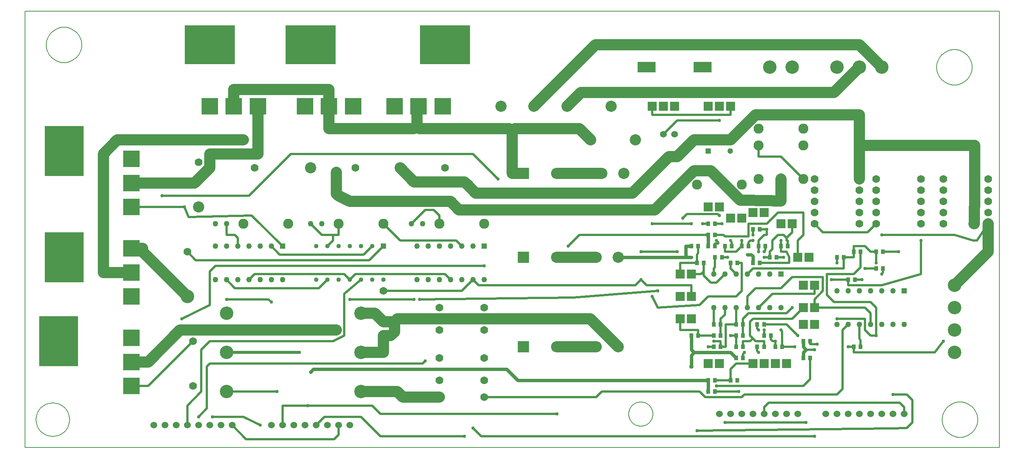
<source format=gbr>
G04 PROTEUS RS274X GERBER FILE*
%FSLAX45Y45*%
%MOMM*%
G01*
%ADD10C,0.508000*%
%ADD11C,2.540000*%
%ADD12C,0.762000*%
%ADD13C,0.635000*%
%ADD14C,0.762000*%
%ADD15C,1.016000*%
%ADD16C,2.032000*%
%ADD17C,1.270000*%
%ADD18R,3.810000X3.810000*%
%ADD19R,1.270000X1.270000*%
%ADD70C,2.286000*%
%ADD71C,3.048000*%
%ADD20C,2.540000*%
%ADD21R,2.032000X2.032000*%
%ADD22C,1.524000*%
%ADD23R,1.280000X1.280000*%
%ADD24C,0.254000*%
%ADD25C,1.280000*%
%ADD26R,2.540000X2.540000*%
%ADD27C,1.778000*%
%ADD28R,0.939800X0.990600*%
%ADD29R,11.430000X8.890000*%
%ADD72R,8.890000X11.430000*%
%ADD73R,4.140200X2.362200*%
%ADD30R,0.660400X1.244600*%
%ADD31C,0.203200*%
%TD.AperFunction*%
D10*
X-4826000Y+7493000D02*
X-4826000Y+7366000D01*
X-4953000Y+7239000D01*
X-4826000Y+7493000D02*
X-4699000Y+7493000D01*
X-4699000Y+7747000D01*
X-4826000Y+7493000D02*
X-5080000Y+7493000D01*
X-5334000Y+7747000D01*
X-3048000Y+7747000D02*
X-2730500Y+8064500D01*
X-2540000Y+8064500D01*
X-2413000Y+7937500D01*
X-2413000Y+7747000D01*
D11*
X+7112000Y+11303000D02*
X+6540500Y+10731500D01*
X+801500Y+10731500D01*
X+484000Y+10414000D01*
X+248000Y+8890000D02*
X+1274000Y+8890000D01*
X+248000Y+6985000D02*
X+1147000Y+6985000D01*
X+248000Y+4953000D02*
X+1147000Y+4953000D01*
D10*
X+4826000Y+7239000D02*
X+4826000Y+7366000D01*
X+4953000Y+7493000D01*
X+5016500Y+7493000D01*
X+5016500Y+7620000D01*
X+4826000Y+7239000D02*
X+4826000Y+7112000D01*
X+5016500Y+7620000D02*
X+4859000Y+7620000D01*
X+5461000Y+7429500D02*
X+5461000Y+7366000D01*
X+5494000Y+7366000D01*
X+5494000Y+7239000D01*
X+5080000Y+6985000D02*
X+5080000Y+7112000D01*
X+5143500Y+7175500D01*
X+5143500Y+7366000D01*
X+5270500Y+7493000D01*
X+5397500Y+7493000D01*
X+5461000Y+7429500D01*
X+5588000Y+7556500D01*
X+5588000Y+7747000D01*
X+5080000Y+6985000D02*
X+4953000Y+6985000D01*
X+4381500Y+3937000D02*
X+3843000Y+3937000D01*
X+4699000Y+7493000D02*
X+4699000Y+7620000D01*
X+5334000Y+7239000D02*
X+5334000Y+7366000D01*
X+4826000Y+5842000D02*
X+5143500Y+6159500D01*
X+6096000Y+6159500D01*
X+6096000Y+6350000D01*
X+4826000Y+4826000D02*
X+4826000Y+4831100D01*
X+4793000Y+4864100D01*
X+4793000Y+4953000D01*
X+4826000Y+5334000D02*
X+4826000Y+5339100D01*
X+4793000Y+5372100D01*
X+4793000Y+5461000D01*
X+5207000Y+5080000D02*
X+5151100Y+5080000D01*
X+5113000Y+5118100D01*
X+5113000Y+5207000D01*
X+5207000Y+5080000D02*
X+5207000Y+4953000D01*
X+4191000Y+4191000D02*
X+4191000Y+4445000D01*
X+4318000Y+4572000D01*
X+4699000Y+4572000D01*
X+4191000Y+4191000D02*
X+3843000Y+4191000D01*
X+4508500Y+4826000D02*
X+4508500Y+4818400D01*
X+4478000Y+4787900D01*
X+4478000Y+4699000D01*
X+4953000Y+5334000D02*
X+4953000Y+5207000D01*
X+6159500Y+5016500D02*
X+6002000Y+5016500D01*
X+6002000Y+5080000D01*
X+4953000Y+7112000D02*
X+4953000Y+7117100D01*
X+4986000Y+7150100D01*
X+4986000Y+7239000D01*
X+4699000Y+7366000D02*
X+4643100Y+7366000D01*
X+4605000Y+7327900D01*
X+4605000Y+7239000D01*
X+4699000Y+5143500D02*
X+4762500Y+5080000D01*
X+4953000Y+5080000D01*
X+4953000Y+4953000D01*
X+4699000Y+5143500D02*
X+4635500Y+5080000D01*
X+4478000Y+5080000D01*
X+4478000Y+4953000D01*
X+3937000Y+7937500D02*
X+3905250Y+7969250D01*
X+3206750Y+7969250D01*
X+3111500Y+7874000D01*
X+4318000Y+6604000D02*
X+4191000Y+6731000D01*
X+4191000Y+6858000D01*
X+4000500Y+7747000D02*
X+3843000Y+7747000D01*
X+3589000Y+6667500D02*
X+3589000Y+6858000D01*
X+4127500Y+6985000D02*
X+4003000Y+6985000D01*
X+3589000Y+6667500D02*
X+3525500Y+6604000D01*
X+3302000Y+6604000D01*
X+4064000Y+6604000D02*
X+3873500Y+6413500D01*
X+3746500Y+6413500D01*
X+3589000Y+6571000D01*
X+3589000Y+6667500D01*
X+3556000Y+7747000D02*
X+3683000Y+7747000D01*
X+3873500Y+7366000D02*
X+3881745Y+7366000D01*
X+3919845Y+7327900D01*
X+3919845Y+7302500D01*
X+3843000Y+7302500D01*
X+3843000Y+7239000D01*
X+3429000Y+6858000D02*
X+3048000Y+6858000D01*
X+3048000Y+6604000D01*
X+3429000Y+6858000D02*
X+3429000Y+7048500D01*
X+3462000Y+7081500D01*
X+3462000Y+7239000D01*
X+4191000Y+7366000D02*
X+4191000Y+7360900D01*
X+4224000Y+7327900D01*
X+4224000Y+7239000D01*
X+4318000Y+5461000D02*
X+4084945Y+5461000D01*
X+4084945Y+4953000D01*
X+3970000Y+4953000D01*
X+3970000Y+5080000D01*
X+3810000Y+5080000D01*
X+4318000Y+5461000D02*
X+4318000Y+5842000D01*
X+4064000Y+5842000D02*
X+4064000Y+5682000D01*
X+3970000Y+5588000D01*
X+3970000Y+5461000D01*
X+3970000Y+5207000D01*
X+3873500Y+4064000D02*
X+5842000Y+4064000D01*
X+6002000Y+4224000D01*
X+6002000Y+4699000D01*
X+3683000Y+4953000D02*
X+3810000Y+4953000D01*
X+3462000Y+5207000D02*
X+3462000Y+5334000D01*
X+3048000Y+5334000D01*
X+3048000Y+5588000D01*
X+3462000Y+5207000D02*
X+3462000Y+5206999D01*
X+3619500Y+5206999D01*
X+3619501Y+5207000D01*
X+3810000Y+5207000D01*
X+4478000Y+5461000D02*
X+4478000Y+5207000D01*
X+7493000Y+7747000D02*
X+7302500Y+7556500D01*
X+6286500Y+7556500D01*
X+6096000Y+7747000D01*
X+7620000Y+6604000D02*
X+7620000Y+6609100D01*
X+7653000Y+6642100D01*
X+7653000Y+6731000D01*
X+7175500Y+6477000D02*
X+7018000Y+6477000D01*
X+7112000Y+5461000D02*
X+7112000Y+5143500D01*
X+7145000Y+5110500D01*
X+7145000Y+4953000D01*
X-1905000Y+7239000D02*
X-2032000Y+7366000D01*
X-3302000Y+7366000D01*
X-3683000Y+7747000D01*
X+2413000Y+10414000D02*
X+2413000Y+10223500D01*
X+4191000Y+10223500D01*
X+4191000Y+10414000D01*
D12*
X+5905500Y+4889500D02*
X+5842000Y+4826000D01*
X+5842000Y+4699000D01*
X+5905500Y+4889500D02*
X+5842000Y+4953000D01*
X+5842000Y+5080000D01*
D10*
X+6604000Y+5588000D02*
X+7239000Y+5588000D01*
X+7239000Y+5334000D01*
X+7366000Y+5207000D01*
X+7493000Y+5207000D01*
X+7493000Y+5842000D01*
X+7366000Y+5969000D01*
X+6540500Y+5969000D01*
X+6375400Y+6134100D01*
X+6375400Y+6604000D01*
X+6985000Y+6604000D01*
X+7145000Y+6764000D01*
X+7145000Y+7112000D01*
D12*
X+3213100Y+6985000D02*
X+3175000Y+7023100D01*
X+3175000Y+7239000D01*
X+3302000Y+7239000D01*
X+1647000Y+6985000D02*
X+3213100Y+6985000D01*
X+3302000Y+6985000D02*
X+3213100Y+6985000D01*
X+4572000Y+7048500D02*
X+4660900Y+7048500D01*
X+4699000Y+7010400D01*
X+4699000Y+6858000D01*
D11*
X+1647000Y+4953000D02*
X+1012000Y+5588000D01*
X-3365500Y+5588000D01*
X-3429000Y+5524500D01*
D12*
X+3365500Y+4826000D02*
X+4191000Y+4826000D01*
X+4318000Y+4699000D01*
D10*
X+4953000Y+3429000D02*
X+4953000Y+3581400D01*
X+5054600Y+3683000D01*
X+8026400Y+3683000D01*
X+8128000Y+3581400D01*
X+8128000Y+3429000D01*
X-4699000Y+3175000D02*
X-4699000Y+2959100D01*
X-4800600Y+2857500D01*
X-6794500Y+2857500D01*
X-7112000Y+3175000D01*
D11*
X-4191000Y+4826000D02*
X-3683000Y+4826000D01*
X-3683000Y+5207000D01*
X-3517900Y+5207000D01*
X-3429000Y+5295900D01*
X-3429000Y+5524500D01*
X-3683000Y+5524500D01*
X-3873500Y+5715000D01*
X-4191000Y+5715000D01*
D12*
X+3365500Y+4826000D02*
X+3302000Y+4889500D01*
X+3302000Y+5207000D01*
D11*
X-4191000Y+3937000D02*
X-3365500Y+3937000D01*
X-3238500Y+3810000D01*
X-2413000Y+3810000D01*
D12*
X+3365500Y+4826000D02*
X+3302000Y+4762500D01*
X+3302000Y+4508500D01*
D10*
X-8001000Y+5080000D02*
X-9017000Y+4064000D01*
X-9398000Y+4064000D01*
X+4445000Y+7239000D02*
X+4318000Y+7112000D01*
X+4064000Y+7112000D01*
X+4064000Y+7239000D01*
X+4445000Y+7239000D02*
X+4445000Y+7366000D01*
X-1651000Y+6477000D02*
X-1905000Y+6223000D01*
X-3683000Y+6223000D01*
X+6096000Y+5842000D02*
X+7239000Y+5842000D01*
X+7366000Y+5715000D01*
X+7366000Y+5461000D01*
X+2667000Y+9779000D02*
X+2984500Y+10096500D01*
X+3937000Y+10096500D01*
X-6223000Y+7239000D02*
X-6032500Y+7048500D01*
X-4127500Y+7048500D01*
X-3937000Y+7239000D01*
X+4318000Y+5207000D02*
X+4318000Y+4953000D01*
X+4572000Y+5842000D02*
X+4572000Y+6096000D01*
X+6096000Y+5842000D02*
X+6096000Y+6032500D01*
X+6286500Y+6223000D01*
X+6286500Y+6540500D01*
X+5588000Y+6540500D01*
X+5334000Y+6286500D01*
X+4762500Y+6286500D01*
X+4572000Y+6096000D01*
X+4318000Y+5207000D02*
X+4191000Y+5207000D01*
X-8191500Y+8128000D02*
X-9398000Y+8128000D01*
X-1397000Y+3810000D02*
X+1143000Y+3810000D01*
X+1270000Y+3937000D01*
X+3492500Y+3937000D01*
X+3619500Y+3810000D01*
X+4445000Y+3810000D01*
X+4508500Y+3873500D01*
X+6604000Y+3873500D01*
X+6731000Y+4000500D01*
X+6731000Y+5334000D01*
X+6858000Y+5461000D01*
X+3810000Y+5842000D02*
X+3810000Y+5461000D01*
X+5367000Y+4953000D02*
X+5651500Y+4953000D01*
X+5367000Y+4953000D02*
X+5367000Y+5301000D01*
X+5334000Y+5334000D01*
X+5397500Y+6985000D02*
X+5240000Y+6985000D01*
X+3810000Y+6604000D02*
X+3810000Y+6731000D01*
X+3843000Y+6764000D01*
X+3843000Y+6985000D01*
X-7239000Y+6032500D02*
X-6286500Y+6032500D01*
X-6223000Y+5969000D01*
D12*
X+3683000Y+4191000D02*
X+3683000Y+3937000D01*
D10*
X-4445000Y+6477000D02*
X-4318000Y+6604000D01*
X-2286000Y+6604000D01*
X-2159000Y+6477000D01*
X-6730999Y+6477000D02*
X-6731000Y+6477000D01*
X-6603999Y+6604000D01*
X-4572000Y+6604000D01*
X-4445000Y+6477000D01*
X-1841500Y+2921000D02*
X-3746500Y+2921000D01*
X-4191000Y+3365500D01*
X-5016500Y+3365500D01*
X-5207000Y+3175000D01*
X+6985000Y+4953000D02*
X+6858000Y+4953000D01*
X+4572000Y+6604000D02*
X+4699000Y+6731000D01*
X+6764000Y+6731000D01*
X+6764000Y+6985000D01*
X+6985000Y+6985000D01*
X+6985000Y+7112000D01*
X-4953000Y+6477000D02*
X-5143500Y+6286500D01*
X-7048500Y+6286500D01*
X-7239000Y+6477000D01*
X+7493000Y+7112000D02*
X+7493000Y+6858000D01*
X+6985000Y+7112000D02*
X+6985000Y+7239000D01*
X+7239000Y+7239000D01*
X+7366000Y+7112000D01*
X+7493000Y+7112000D02*
X+7366000Y+7112000D01*
X+7239000Y+6731000D02*
X+7493000Y+6731000D01*
D11*
X-6527800Y+10414000D02*
X-6527800Y+9334500D01*
X-7620000Y+9334500D01*
X-7620000Y+9017000D01*
X-7962900Y+8674100D01*
X-9398000Y+8674100D01*
D10*
X-7239000Y+7747000D02*
X-7239000Y+7493000D01*
X-7048500Y+7493000D01*
X-6985000Y+7429500D01*
X-6985000Y+7239000D01*
X+6858000Y+6477000D02*
X+6477000Y+6477000D01*
D11*
X-762000Y+9334500D02*
X-762000Y+9842500D01*
X-4914900Y+10414000D02*
X-4914900Y+9906000D01*
X-2984500Y+9906000D01*
X-2921000Y+9969500D01*
X-2857500Y+9906000D01*
X-825500Y+9906000D01*
X-762000Y+9842500D01*
X-2921000Y+9969500D02*
X-2921000Y+10375900D01*
X-2882900Y+10414000D01*
X-502000Y+8890000D02*
X-762000Y+8890000D01*
X-762000Y+9334500D01*
D12*
X+3683000Y+7493000D02*
X+3683000Y+7239000D01*
D10*
X-5588000Y+3619500D02*
X-5397500Y+3619500D01*
X-5588000Y+3619500D02*
X-5969000Y+3619500D01*
X-5969000Y+3175000D01*
X+6604000Y+6858000D02*
X+6604000Y+6985000D01*
X-8699500Y+8382000D02*
X-6731000Y+8382000D01*
X-5778500Y+9334500D01*
X-1651000Y+9334500D01*
X-1079500Y+8763000D01*
X-1651000Y+3111500D02*
X-1460500Y+2921000D01*
X+6096000Y+2921000D01*
X+6096000Y+4889500D02*
X+5905500Y+4889500D01*
X+4064000Y+3238500D02*
X+5905500Y+3238500D01*
X+7874000Y+3873500D02*
X+8191500Y+3873500D01*
X+8318500Y+3746500D01*
X+8318500Y+3238500D01*
X+8191500Y+3111500D01*
X+7810471Y+3105813D01*
X+7810529Y+3105813D01*
X+3429000Y+3048000D01*
X+8001000Y+7112000D02*
X+7653000Y+7112000D01*
X+6858000Y+6477000D02*
X+6858000Y+6350000D01*
X+7620000Y+6350000D01*
X+8509000Y+6604000D01*
X+8509000Y+7366000D01*
X+6985000Y+4953000D02*
X+6985000Y+4826000D01*
X+8826500Y+4826000D01*
X+9017000Y+5080000D01*
X+5715000Y+5207000D02*
X+5461000Y+5461000D01*
X+4953000Y+5461000D01*
X+4699000Y+5143500D02*
X+4635500Y+5207000D01*
X+4635500Y+5524500D01*
X+4699000Y+5588000D01*
X+5588000Y+5588000D01*
X+5842000Y+5842000D01*
X+4478000Y+5461000D02*
X+4478000Y+5588000D01*
X+4605000Y+5715000D01*
X+5461000Y+5715000D01*
X+5588000Y+5842000D01*
X+5334000Y+7239000D02*
X+5334000Y+7112000D01*
X+5461000Y+7112000D01*
X+5524500Y+6985000D01*
X+5524500Y+6858000D01*
X+4859000Y+6858000D01*
X+5715000Y+6985000D02*
X+5715000Y+7366000D01*
X+5842000Y+7493000D01*
X+5842000Y+8001000D01*
X+5270500Y+8001000D01*
X+5016500Y+7747000D01*
X+4599305Y+7747000D01*
X+4599305Y+7461250D01*
X+4064000Y+7461250D01*
X+4032250Y+7493000D01*
X+3843000Y+7493000D01*
D13*
X-7239000Y+4826000D02*
X-5588000Y+4826000D01*
D10*
X+4826000Y+9525000D02*
X+4826000Y+9271000D01*
X+5334000Y+9271000D01*
X+5842000Y+8763000D01*
D11*
X+7620000Y+11303000D02*
X+7112000Y+11811000D01*
X+1131000Y+11811000D01*
X-266000Y+10414000D01*
X-762000Y+9842500D02*
X-698500Y+9906000D01*
X+762000Y+9906000D01*
X+1016000Y+9652000D01*
X-4914900Y+10414000D02*
X-4914900Y+10795000D01*
X-7073900Y+10795000D01*
X-7073900Y+10414000D01*
X+7112000Y+8763000D02*
X+7112000Y+9525000D01*
X+9271000Y+6350000D02*
X+10033000Y+7112000D01*
X+10033000Y+7747000D01*
D10*
X-8128000Y+7112000D02*
X-7937500Y+6921500D01*
X-4000500Y+6921500D01*
X-3683000Y+7239000D01*
D11*
X-8128000Y+6096000D02*
X-9144000Y+7112000D01*
X-9144000Y+7188200D01*
X-9398000Y+7188200D01*
D10*
X-8255000Y+5588000D02*
X-7620000Y+5905500D01*
X-7620000Y+6667500D01*
X-7493000Y+6794500D01*
X-1397000Y+6794500D01*
X-7874000Y+3365500D02*
X-7683500Y+3556000D01*
X-7683500Y+4508500D01*
X-7620000Y+4572000D01*
X-2794000Y+4572000D01*
X-2730500Y+4635500D01*
D12*
X+3683000Y+4191000D02*
X-635000Y+4191000D01*
X-889000Y+4445000D01*
X-5270500Y+4445000D01*
X-5334000Y+4381500D01*
D11*
X-1778000Y+8636000D02*
X-1841500Y+8699500D01*
X-2032000Y+8699500D01*
X+7112000Y+9525000D02*
X+7112000Y+10223500D01*
X+4762500Y+10223500D01*
X+4191000Y+9652000D01*
X+3365500Y+9652000D01*
X+2984500Y+9271000D01*
X+2794000Y+9271000D01*
X+1968500Y+8445500D01*
X-1587500Y+8445500D01*
X-1778000Y+8636000D01*
D10*
X-2984500Y+6032500D02*
X-4445000Y+6032500D01*
X-4191000Y+6477000D02*
X-4572000Y+6159500D01*
X-4572000Y+5207000D01*
X-4826000Y+5080000D01*
X-7620000Y+5080000D01*
X-7810500Y+4889500D01*
X-7810500Y+3937000D01*
X-8128000Y+3619500D01*
X-8128000Y+3175000D01*
D11*
X-5461000Y+5334000D02*
X-8293100Y+5334000D01*
X-9017000Y+4610100D01*
X-9398000Y+4610100D01*
X-5334000Y+5334000D02*
X-5461000Y+5334000D01*
X-5080000Y+5334000D02*
X-5207000Y+5334000D01*
X-5334000Y+5334000D01*
X-5080000Y+5334000D02*
X-4953000Y+5334000D01*
X-4826000Y+5334000D01*
X-4749788Y+5334000D01*
X-2286000Y+8699500D02*
X-2032000Y+8699500D01*
X-3302000Y+9017000D02*
X-2984500Y+8699500D01*
X-2540000Y+8699500D01*
X-2286000Y+8699500D01*
X-4445000Y+8255000D02*
X-2159000Y+8255000D01*
X-1968500Y+8064500D01*
X+2476500Y+8064500D01*
X+3365500Y+8953500D01*
X+3746500Y+8953500D01*
X+4411662Y+8288338D01*
X+5080415Y+8272026D01*
X+5207340Y+8268930D01*
X+5334264Y+8265835D01*
X-7620000Y+9652000D02*
X-9715500Y+9652000D01*
X-10033000Y+9334500D01*
X-10033000Y+6642100D01*
X-9398000Y+6642100D01*
X-7366000Y+9652000D02*
X-7112000Y+9652000D01*
X-7366000Y+9652000D02*
X-7620000Y+9652000D01*
X-7112000Y+9652000D02*
X-6985000Y+9652000D01*
X-6858000Y+9652000D01*
X-4445000Y+8255000D02*
X-4699000Y+8382000D01*
X-4746450Y+8429450D01*
X-4746450Y+8636000D01*
X-4746450Y+8920114D01*
X-4744743Y+8921821D01*
D10*
X-8191500Y+8128000D02*
X-8096250Y+7905750D01*
X-6667500Y+7937500D01*
X-5969000Y+7239000D01*
D11*
X+7112000Y+9525000D02*
X+9733095Y+9525000D01*
X+9733796Y+9525701D01*
X+9733796Y+9017000D01*
X+9733796Y+8763000D01*
D10*
X+7620000Y+7493000D02*
X+9271000Y+7493000D01*
X+9697920Y+7366000D01*
X+9779000Y+7366000D01*
X+10033000Y+7747000D01*
D11*
X+9733796Y+8763000D02*
X+9733796Y+8470957D01*
X+9733796Y+8137904D01*
X+9724673Y+8128781D01*
X+9724673Y+7753339D01*
X+9719194Y+7747860D01*
X+5334264Y+8265835D02*
X+5334264Y+8508927D01*
X+5334191Y+8509000D01*
X+5334191Y+8762924D01*
X+5334115Y+8763000D01*
D10*
X-6096000Y+3937000D02*
X-7239000Y+3937000D01*
X-7556500Y+3365500D02*
X-6857999Y+3365500D01*
X-6477000Y+3175000D01*
X-5397500Y+3619500D02*
X-3937000Y+3619500D01*
X-3746500Y+3429000D01*
X+254000Y+3429000D01*
X+508000Y+7239000D02*
X+762000Y+7493000D01*
X+3683000Y+7493000D01*
X+2984500Y+7112000D02*
X+2159000Y+7112000D01*
X+3302000Y+6096000D02*
X+3302000Y+6350000D01*
X+2286000Y+6350000D01*
X+2159000Y+6477000D01*
X-1651000Y+6477000D02*
X-1524000Y+6350000D01*
X+2032000Y+6350000D01*
X+2159000Y+6477000D01*
X-2857500Y+6032500D02*
X+633684Y+6075601D01*
X+2540000Y+6223000D01*
X+3302000Y+7747000D02*
X+2413000Y+7747000D01*
X+2413000Y+6096000D02*
X+2540000Y+5842000D01*
X+3492500Y+5905500D01*
X+3683000Y+6096000D01*
X+4318000Y+6096000D01*
X+4445000Y+6223000D01*
X+4445000Y+6858000D01*
X+4351000Y+6858000D01*
D14*
X+4826000Y+7112000D03*
X+5016500Y+7620000D03*
X+4953000Y+6985000D03*
X+4381500Y+3937000D03*
X+4699000Y+7493000D03*
X+5334000Y+7366000D03*
X+4826000Y+4826000D03*
X+4826000Y+5334000D03*
X+5207000Y+5080000D03*
X+4508500Y+4826000D03*
X+4953000Y+5334000D03*
X+4953000Y+7112000D03*
X+4699000Y+7366000D03*
X+3111500Y+7874000D03*
X+3937000Y+7937500D03*
X+4000500Y+7747000D03*
X+4127500Y+6985000D03*
X+3556000Y+7747000D03*
X+3873500Y+7366000D03*
X+4191000Y+7366000D03*
X+3810000Y+5080000D03*
X+3873500Y+4064000D03*
X+3683000Y+4953000D03*
X+7620000Y+6604000D03*
X+7175500Y+6477000D03*
X+7493000Y+5207000D03*
X+6604000Y+5588000D03*
X+3302000Y+6985000D03*
X+4572000Y+7048500D03*
D15*
X+3302000Y+4508500D03*
D14*
X+4445000Y+7366000D03*
X+4191000Y+5207000D03*
X+3937000Y+10096500D03*
X+5651500Y+4953000D03*
X+5334000Y+5334000D03*
X+5397500Y+6985000D03*
X-6223000Y+5969000D03*
X-7239000Y+6032500D03*
X+6858000Y+4953000D03*
X+7493000Y+6858000D03*
X+7239000Y+6731000D03*
X+6477000Y+6477000D03*
X+6604000Y+6858000D03*
X-8699500Y+8382000D03*
X-1079500Y+8763000D03*
X-1651000Y+3111500D03*
X+6096000Y+2921000D03*
X+6096000Y+4889500D03*
X+4064000Y+3238500D03*
X+5905500Y+3238500D03*
X+7874000Y+3873500D03*
X+3429000Y+3048000D03*
X-1841500Y+2921000D03*
X+8001000Y+7112000D03*
X+8509000Y+7366000D03*
X+9017000Y+5080000D03*
X+6159500Y+5016500D03*
X+5715000Y+5207000D03*
X+5588000Y+5842000D03*
X-5588000Y+4826000D03*
X-8255000Y+5588000D03*
X-1397000Y+6794500D03*
X-7874000Y+3365500D03*
X-2730500Y+4635500D03*
X-5334000Y+4381500D03*
D15*
X-1778000Y+8636000D03*
X-1587500Y+8445500D03*
D14*
X-2984500Y+6032500D03*
X-4445000Y+6032500D03*
D15*
X-4826000Y+5334000D03*
X-5080000Y+5334000D03*
X-5461000Y+5334000D03*
X-4699000Y+5334000D03*
X-5334000Y+5334000D03*
X-5207000Y+5334000D03*
X-4953000Y+5334000D03*
D16*
X-2032000Y+8699500D03*
D15*
X-2286000Y+8699500D03*
X-2540000Y+8699500D03*
X+5080415Y+8272026D03*
X+5334191Y+8509000D03*
D17*
X-4746450Y+8636000D03*
D15*
X-7366000Y+9652000D03*
X-7620000Y+9652000D03*
X-6858000Y+9652000D03*
X-7112000Y+9652000D03*
X-4445000Y+8255000D03*
X-4699000Y+8382000D03*
D17*
X-4744743Y+8921821D03*
D14*
X-8191500Y+8128000D03*
D15*
X+9733796Y+9017000D03*
D14*
X+7620000Y+7493000D03*
D15*
X+9733796Y+8763000D03*
D17*
X+9724673Y+8128781D03*
X+9733796Y+8470957D03*
X+9719194Y+7747860D03*
X+5334264Y+8265835D03*
X+5334115Y+8763000D03*
D14*
X-6096000Y+3937000D03*
X-7556500Y+3365500D03*
X-6477000Y+3175000D03*
X-5397500Y+3619500D03*
X+254000Y+3429000D03*
X+508000Y+7239000D03*
X+2984500Y+7112000D03*
X+2159000Y+7112000D03*
X+2159000Y+6477000D03*
X-2857500Y+6032500D03*
X+2540000Y+6223000D03*
X+3302000Y+7747000D03*
X+2413000Y+7747000D03*
X+2413000Y+6096000D03*
D18*
X-7620000Y+10414000D03*
X-7073900Y+10414000D03*
X-6527800Y+10414000D03*
X-9398000Y+8128000D03*
X-9398000Y+8674100D03*
X-9398000Y+9220200D03*
X-5461000Y+10414000D03*
X-4914900Y+10414000D03*
X-4368800Y+10414000D03*
X-9398000Y+6096000D03*
X-9398000Y+6642100D03*
X-9398000Y+7188200D03*
X-3429000Y+10414000D03*
X-2882900Y+10414000D03*
X-2336800Y+10414000D03*
X-9398000Y+4064000D03*
X-9398000Y+4610100D03*
X-9398000Y+5156200D03*
D19*
X-5969000Y+7239000D03*
D17*
X-6223000Y+7239000D03*
X-6477000Y+7239000D03*
X-6731000Y+7239000D03*
X-6985000Y+7239000D03*
X-7239000Y+7239000D03*
X-7493000Y+7239000D03*
X-7493000Y+6477000D03*
X-7239000Y+6477000D03*
X-6985000Y+6477000D03*
X-6731000Y+6477000D03*
X-6477000Y+6477000D03*
X-6223000Y+6477000D03*
X-5969000Y+6477000D03*
D19*
X-3683000Y+7239000D03*
D15*
X-3937000Y+7239000D03*
X-4191000Y+7239000D03*
X-4445000Y+7239000D03*
X-4699000Y+7239000D03*
X-4953000Y+7239000D03*
X-5207000Y+7239000D03*
X-5207000Y+6477000D03*
X-4953000Y+6477000D03*
X-4699000Y+6477000D03*
X-4445000Y+6477000D03*
X-4191000Y+6477000D03*
X-3937000Y+6477000D03*
X-3683000Y+6477000D03*
D19*
X-1397000Y+7239000D03*
D17*
X-1651000Y+7239000D03*
X-1905000Y+7239000D03*
X-2159000Y+7239000D03*
X-2413000Y+7239000D03*
X-2667000Y+7239000D03*
X-2921000Y+7239000D03*
X-2921000Y+6477000D03*
X-2667000Y+6477000D03*
X-2413000Y+6477000D03*
X-2159000Y+6477000D03*
X-1905000Y+6477000D03*
X-1651000Y+6477000D03*
X-1397000Y+6477000D03*
D70*
X-5842000Y+7747000D03*
X-6858000Y+7747000D03*
X-3683000Y+7747000D03*
X-4699000Y+7747000D03*
X-1397000Y+7747000D03*
X-2413000Y+7747000D03*
D17*
X-7493000Y+7747000D03*
X-7239000Y+7747000D03*
X-5334000Y+7747000D03*
X-5080000Y+7747000D03*
X-3048000Y+7747000D03*
X-2794000Y+7747000D03*
D71*
X+9271000Y+4826000D03*
X+9271000Y+5334000D03*
X+9271000Y+5842000D03*
X+9271000Y+6350000D03*
X+7620000Y+11303000D03*
X+7112000Y+11303000D03*
X+6604000Y+11303000D03*
X+5588000Y+11303000D03*
X+5080000Y+11303000D03*
D20*
X+1484000Y+10414000D03*
X-1016000Y+10414000D03*
X+484000Y+10414000D03*
X-266000Y+10414000D03*
D21*
X+3683000Y+10414000D03*
X+3937000Y+10414000D03*
X+4191000Y+10414000D03*
X+2413000Y+10414000D03*
X+2667000Y+10414000D03*
X+2921000Y+10414000D03*
D22*
X+2921000Y+9779000D03*
X+2667000Y+9779000D03*
D23*
X+3687000Y+9398000D03*
D24*
X+3687000Y+9398000D03*
D25*
X+4187000Y+9398000D03*
D70*
X+5842000Y+9906000D03*
X+4826000Y+9906000D03*
X+4445000Y+8636000D03*
X+3429000Y+8636000D03*
X+4826000Y+9525000D03*
X+5842000Y+9525000D03*
X+5842000Y+8763000D03*
X+4826000Y+8763000D03*
D22*
X-8890000Y+3175000D03*
X-8636000Y+3175000D03*
X-8382000Y+3175000D03*
X-8128000Y+3175000D03*
X-7874000Y+3175000D03*
X-7620000Y+3175000D03*
X-7366000Y+3175000D03*
X-7112000Y+3175000D03*
D26*
X-502000Y+6985000D03*
D20*
X+248000Y+6985000D03*
D26*
X-502000Y+4953000D03*
D20*
X+248000Y+4953000D03*
D26*
X-502000Y+8890000D03*
D20*
X+248000Y+8890000D03*
X+1274000Y+8890000D03*
X+1774000Y+8890000D03*
X+1147000Y+6985000D03*
X+1647000Y+6985000D03*
X+1147000Y+4953000D03*
X+1647000Y+4953000D03*
D71*
X-7239000Y+5715000D03*
X-4191000Y+5715000D03*
X-7239000Y+4826000D03*
X-4191000Y+4826000D03*
X-7239000Y+3937000D03*
X-4191000Y+3937000D03*
D27*
X-2413000Y+5842000D03*
X-1397000Y+5842000D03*
X-1397000Y+5334000D03*
X-2413000Y+5334000D03*
X-2413000Y+4699000D03*
X-1397000Y+4699000D03*
X-1397000Y+4191000D03*
X-2413000Y+4191000D03*
X-2413000Y+3810000D03*
X-1397000Y+3810000D03*
X-6604000Y+9017000D03*
D20*
X-7620000Y+9017000D03*
D27*
X-4318000Y+9017000D03*
D20*
X-5334000Y+9017000D03*
D27*
X-2286000Y+9017000D03*
D20*
X-3302000Y+9017000D03*
D27*
X-8001000Y+5080000D03*
X-8001000Y+4064000D03*
X-8128000Y+7112000D03*
D71*
X-8128000Y+6096000D03*
D27*
X-7874000Y+9144000D03*
D20*
X-7874000Y+8128000D03*
D22*
X-6223000Y+3175000D03*
X-5969000Y+3175000D03*
X-5715000Y+3175000D03*
X-5461000Y+3175000D03*
X-5207000Y+3175000D03*
X-4953000Y+3175000D03*
X-4699000Y+3175000D03*
X-4445000Y+3175000D03*
D19*
X+5334000Y+6604000D03*
D17*
X+5080000Y+6604000D03*
X+4826000Y+6604000D03*
X+4572000Y+6604000D03*
X+4318000Y+6604000D03*
X+4064000Y+6604000D03*
X+3810000Y+6604000D03*
X+3810000Y+5842000D03*
X+4064000Y+5842000D03*
X+4318000Y+5842000D03*
X+4572000Y+5842000D03*
X+4826000Y+5842000D03*
X+5080000Y+5842000D03*
X+5334000Y+5842000D03*
D19*
X+8128000Y+6223000D03*
D17*
X+7874000Y+6223000D03*
X+7620000Y+6223000D03*
X+7366000Y+6223000D03*
X+7112000Y+6223000D03*
X+6858000Y+6223000D03*
X+6604000Y+6223000D03*
X+6604000Y+5461000D03*
X+6858000Y+5461000D03*
X+7112000Y+5461000D03*
X+7366000Y+5461000D03*
X+7620000Y+5461000D03*
X+7874000Y+5461000D03*
X+8128000Y+5461000D03*
D28*
X+5080000Y+6985000D03*
X+5240000Y+6985000D03*
X+4826000Y+7239000D03*
X+4986000Y+7239000D03*
X+4445000Y+7239000D03*
X+4605000Y+7239000D03*
X+4699000Y+7620000D03*
X+4859000Y+7620000D03*
X+5334000Y+7239000D03*
X+5494000Y+7239000D03*
X+4699000Y+6858000D03*
X+4859000Y+6858000D03*
X+4003000Y+6985000D03*
X+3843000Y+6985000D03*
X+4191000Y+6858000D03*
X+4351000Y+6858000D03*
X+4064000Y+7239000D03*
X+4224000Y+7239000D03*
X+3683000Y+7747000D03*
X+3843000Y+7747000D03*
X+3429000Y+6858000D03*
X+3589000Y+6858000D03*
X+3302000Y+7239000D03*
X+3462000Y+7239000D03*
X+3683000Y+7239000D03*
X+3843000Y+7239000D03*
X+3970000Y+5461000D03*
X+3810000Y+5461000D03*
X+4318000Y+5461000D03*
X+4478000Y+5461000D03*
X+4318000Y+5207000D03*
X+4478000Y+5207000D03*
X+3810000Y+4953000D03*
X+3970000Y+4953000D03*
X+3810000Y+5207000D03*
X+3970000Y+5207000D03*
X+3683000Y+7493000D03*
X+3843000Y+7493000D03*
X+4953000Y+5461000D03*
X+4793000Y+5461000D03*
D21*
X+4699000Y+8001000D03*
X+4953000Y+8001000D03*
X+5334000Y+7747000D03*
X+5588000Y+7747000D03*
X+3683000Y+8128000D03*
X+3937000Y+8128000D03*
X+3048000Y+6604000D03*
X+3302000Y+6604000D03*
X+4191000Y+7874000D03*
X+4445000Y+7874000D03*
X+3683000Y+4572000D03*
X+3937000Y+4572000D03*
D28*
X+4478000Y+4953000D03*
X+4318000Y+4953000D03*
X+4953000Y+5207000D03*
X+5113000Y+5207000D03*
X+4318000Y+4699000D03*
X+4478000Y+4699000D03*
X+4793000Y+4953000D03*
X+4953000Y+4953000D03*
X+5207000Y+4953000D03*
X+5367000Y+4953000D03*
X+3302000Y+5207000D03*
X+3462000Y+5207000D03*
D21*
X+4699000Y+4572000D03*
X+4953000Y+4572000D03*
X+5207000Y+4572000D03*
X+5461000Y+4572000D03*
X+5715000Y+6985000D03*
X+5969000Y+6985000D03*
X+5842000Y+6350000D03*
X+6096000Y+6350000D03*
X+3048000Y+6096000D03*
X+3302000Y+6096000D03*
X+3048000Y+5588000D03*
X+3302000Y+5588000D03*
X+5842000Y+5842000D03*
X+6096000Y+5842000D03*
X+5842000Y+5461000D03*
X+6096000Y+5461000D03*
D28*
X+5842000Y+5080000D03*
X+6002000Y+5080000D03*
X+4191000Y+4191000D03*
X+4351000Y+4191000D03*
X+3683000Y+4191000D03*
X+3843000Y+4191000D03*
X+3683000Y+3937000D03*
X+3843000Y+3937000D03*
X+5842000Y+4699000D03*
X+6002000Y+4699000D03*
D27*
X+9017000Y+8763000D03*
X+10033000Y+8763000D03*
X+10033000Y+8509000D03*
X+9017000Y+8509000D03*
X+9017000Y+8255000D03*
X+10033000Y+8255000D03*
X+10033000Y+8001000D03*
X+9017000Y+8001000D03*
X+9017000Y+7747000D03*
X+10033000Y+7747000D03*
D22*
X+6350000Y+3429000D03*
X+6604000Y+3429000D03*
X+6858000Y+3429000D03*
X+7112000Y+3429000D03*
X+7366000Y+3429000D03*
X+7620000Y+3429000D03*
X+7874000Y+3429000D03*
X+8128000Y+3429000D03*
X+3937000Y+3429000D03*
X+4191000Y+3429000D03*
X+4445000Y+3429000D03*
X+4699000Y+3429000D03*
X+4953000Y+3429000D03*
X+5207000Y+3429000D03*
X+5461000Y+3429000D03*
X+5715000Y+3429000D03*
D20*
X+2032000Y+9652000D03*
X+1016000Y+9652000D03*
D27*
X+8509000Y+8763000D03*
X+7493000Y+8763000D03*
X+7493000Y+8509000D03*
X+8509000Y+8509000D03*
X+8509000Y+8255000D03*
X+7493000Y+8255000D03*
X+7493000Y+8001000D03*
X+8509000Y+8001000D03*
X+8509000Y+7747000D03*
X+7493000Y+7747000D03*
X+7112000Y+8763000D03*
X+6096000Y+8763000D03*
X+6096000Y+8509000D03*
X+7112000Y+8509000D03*
X+7112000Y+8255000D03*
X+6096000Y+8255000D03*
X+6096000Y+8001000D03*
X+7112000Y+8001000D03*
X+7112000Y+7747000D03*
X+6096000Y+7747000D03*
D28*
X+7493000Y+6731000D03*
X+7653000Y+6731000D03*
X+7493000Y+7112000D03*
X+7653000Y+7112000D03*
X+6764000Y+6985000D03*
X+6604000Y+6985000D03*
X+6985000Y+7112000D03*
X+7145000Y+7112000D03*
X+6985000Y+4953000D03*
X+7145000Y+4953000D03*
X+6858000Y+6477000D03*
X+7018000Y+6477000D03*
D27*
X-3683000Y+6223000D03*
X-3683000Y+5207000D03*
D29*
X-7620000Y+11811000D03*
X-5334000Y+11811000D03*
X-2286000Y+11811000D03*
D72*
X-10922000Y+9398000D03*
X-10922000Y+6985000D03*
X-11049000Y+5080000D03*
D73*
X+2286000Y+11303000D03*
X+3556000Y+11303000D03*
D30*
X-7620000Y+11811000D03*
D31*
X-11811000Y+2667000D02*
X+10287000Y+2667000D01*
X+10287000Y+12573000D01*
X-11811000Y+12573000D01*
X-11811000Y+2667000D01*
X-10794444Y+3302000D02*
X-10795647Y+3332279D01*
X-10805415Y+3392839D01*
X-10825767Y+3453399D01*
X-10858733Y+3513959D01*
X-10908917Y+3574492D01*
X-10969477Y+3622832D01*
X-11030037Y+3654533D01*
X-11090597Y+3673875D01*
X-11151157Y+3682746D01*
X-11176000Y+3683556D01*
X-11557556Y+3302000D02*
X-11556353Y+3332279D01*
X-11546585Y+3392839D01*
X-11526233Y+3453399D01*
X-11493267Y+3513959D01*
X-11443083Y+3574492D01*
X-11382523Y+3622832D01*
X-11321963Y+3654533D01*
X-11261403Y+3673875D01*
X-11200843Y+3682746D01*
X-11176000Y+3683556D01*
X-11557556Y+3302000D02*
X-11556353Y+3271721D01*
X-11546585Y+3211161D01*
X-11526233Y+3150601D01*
X-11493267Y+3090041D01*
X-11443083Y+3029508D01*
X-11382523Y+2981168D01*
X-11321963Y+2949467D01*
X-11261403Y+2930125D01*
X-11200843Y+2921254D01*
X-11176000Y+2920444D01*
X-10794444Y+3302000D02*
X-10795647Y+3271721D01*
X-10805415Y+3211161D01*
X-10825767Y+3150601D01*
X-10858733Y+3090041D01*
X-10908917Y+3029508D01*
X-10969477Y+2981168D01*
X-11030037Y+2949467D01*
X-11090597Y+2930125D01*
X-11151157Y+2921254D01*
X-11176000Y+2920444D01*
X+9799609Y+3302000D02*
X+9798349Y+3333791D01*
X+9788120Y+3397374D01*
X+9766812Y+3460957D01*
X+9732314Y+3524540D01*
X+9679838Y+3588107D01*
X+9616255Y+3639127D01*
X+9552672Y+3672630D01*
X+9489089Y+3693143D01*
X+9425506Y+3702666D01*
X+9398000Y+3703609D01*
X+8996391Y+3302000D02*
X+8997651Y+3333791D01*
X+9007880Y+3397374D01*
X+9029188Y+3460957D01*
X+9063686Y+3524540D01*
X+9116162Y+3588107D01*
X+9179745Y+3639127D01*
X+9243328Y+3672630D01*
X+9306911Y+3693143D01*
X+9370494Y+3702666D01*
X+9398000Y+3703609D01*
X+8996391Y+3302000D02*
X+8997651Y+3270209D01*
X+9007880Y+3206626D01*
X+9029188Y+3143043D01*
X+9063686Y+3079460D01*
X+9116162Y+3015893D01*
X+9179745Y+2964873D01*
X+9243328Y+2931370D01*
X+9306911Y+2910857D01*
X+9370494Y+2901334D01*
X+9398000Y+2900391D01*
X+9799609Y+3302000D02*
X+9798349Y+3270209D01*
X+9788120Y+3206626D01*
X+9766812Y+3143043D01*
X+9732314Y+3079460D01*
X+9679838Y+3015893D01*
X+9616255Y+2964873D01*
X+9552672Y+2931370D01*
X+9489089Y+2910857D01*
X+9425506Y+2901334D01*
X+9398000Y+2900391D01*
X+9672609Y+11303000D02*
X+9671349Y+11334791D01*
X+9661120Y+11398374D01*
X+9639812Y+11461957D01*
X+9605314Y+11525540D01*
X+9552838Y+11589107D01*
X+9489255Y+11640127D01*
X+9425672Y+11673630D01*
X+9362089Y+11694143D01*
X+9298506Y+11703666D01*
X+9271000Y+11704609D01*
X+8869391Y+11303000D02*
X+8870651Y+11334791D01*
X+8880880Y+11398374D01*
X+8902188Y+11461957D01*
X+8936686Y+11525540D01*
X+8989162Y+11589107D01*
X+9052745Y+11640127D01*
X+9116328Y+11673630D01*
X+9179911Y+11694143D01*
X+9243494Y+11703666D01*
X+9271000Y+11704609D01*
X+8869391Y+11303000D02*
X+8870651Y+11271209D01*
X+8880880Y+11207626D01*
X+8902188Y+11144043D01*
X+8936686Y+11080460D01*
X+8989162Y+11016893D01*
X+9052745Y+10965873D01*
X+9116328Y+10932370D01*
X+9179911Y+10911857D01*
X+9243494Y+10902334D01*
X+9271000Y+10901391D01*
X+9672609Y+11303000D02*
X+9671349Y+11271209D01*
X+9661120Y+11207626D01*
X+9639812Y+11144043D01*
X+9605314Y+11080460D01*
X+9552838Y+11016893D01*
X+9489255Y+10965873D01*
X+9425672Y+10932370D01*
X+9362089Y+10911857D01*
X+9298506Y+10902334D01*
X+9271000Y+10901391D01*
X+2433609Y+3429000D02*
X+2432719Y+3451087D01*
X+2425494Y+3495263D01*
X+2410423Y+3539439D01*
X+2385946Y+3583615D01*
X+2348565Y+3627684D01*
X+2304389Y+3661964D01*
X+2260213Y+3684276D01*
X+2216037Y+3697620D01*
X+2171861Y+3703308D01*
X+2159000Y+3703609D01*
X+1884391Y+3429000D02*
X+1885281Y+3451087D01*
X+1892506Y+3495263D01*
X+1907577Y+3539439D01*
X+1932054Y+3583615D01*
X+1969435Y+3627684D01*
X+2013611Y+3661964D01*
X+2057787Y+3684276D01*
X+2101963Y+3697620D01*
X+2146139Y+3703308D01*
X+2159000Y+3703609D01*
X+1884391Y+3429000D02*
X+1885281Y+3406913D01*
X+1892506Y+3362737D01*
X+1907577Y+3318561D01*
X+1932054Y+3274385D01*
X+1969435Y+3230316D01*
X+2013611Y+3196036D01*
X+2057787Y+3173724D01*
X+2101963Y+3160380D01*
X+2146139Y+3154692D01*
X+2159000Y+3154391D01*
X+2433609Y+3429000D02*
X+2432719Y+3406913D01*
X+2425494Y+3362737D01*
X+2410423Y+3318561D01*
X+2385946Y+3274385D01*
X+2348565Y+3230316D01*
X+2304389Y+3196036D01*
X+2260213Y+3173724D01*
X+2216037Y+3160380D01*
X+2171861Y+3154692D01*
X+2159000Y+3154391D01*
X-10520391Y+11811000D02*
X-10521651Y+11842791D01*
X-10531880Y+11906374D01*
X-10553188Y+11969957D01*
X-10587686Y+12033540D01*
X-10640162Y+12097107D01*
X-10703745Y+12148127D01*
X-10767328Y+12181630D01*
X-10830911Y+12202143D01*
X-10894494Y+12211666D01*
X-10922000Y+12212609D01*
X-11323609Y+11811000D02*
X-11322349Y+11842791D01*
X-11312120Y+11906374D01*
X-11290812Y+11969957D01*
X-11256314Y+12033540D01*
X-11203838Y+12097107D01*
X-11140255Y+12148127D01*
X-11076672Y+12181630D01*
X-11013089Y+12202143D01*
X-10949506Y+12211666D01*
X-10922000Y+12212609D01*
X-11323609Y+11811000D02*
X-11322349Y+11779209D01*
X-11312120Y+11715626D01*
X-11290812Y+11652043D01*
X-11256314Y+11588460D01*
X-11203838Y+11524893D01*
X-11140255Y+11473873D01*
X-11076672Y+11440370D01*
X-11013089Y+11419857D01*
X-10949506Y+11410334D01*
X-10922000Y+11409391D01*
X-10520391Y+11811000D02*
X-10521651Y+11779209D01*
X-10531880Y+11715626D01*
X-10553188Y+11652043D01*
X-10587686Y+11588460D01*
X-10640162Y+11524893D01*
X-10703745Y+11473873D01*
X-10767328Y+11440370D01*
X-10830911Y+11419857D01*
X-10894494Y+11410334D01*
X-10922000Y+11409391D01*
M02*

</source>
